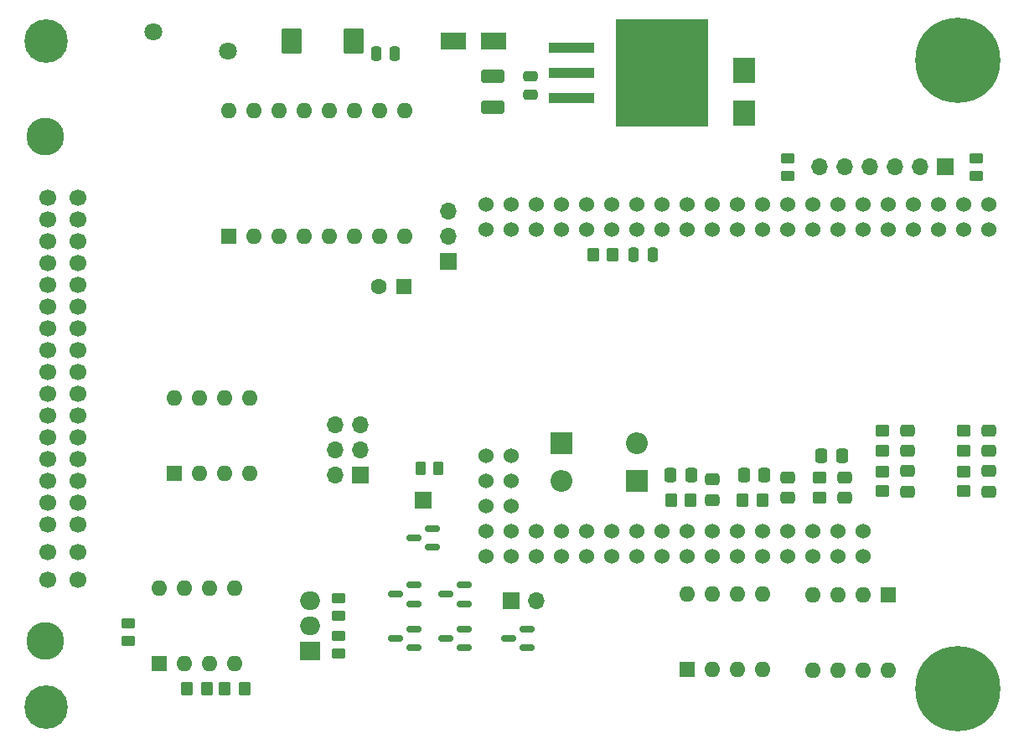
<source format=gts>
G04 #@! TF.GenerationSoftware,KiCad,Pcbnew,(6.0.1)*
G04 #@! TF.CreationDate,2022-02-05T13:28:53-05:00*
G04 #@! TF.ProjectId,klxecu,6b6c7865-6375-42e6-9b69-6361645f7063,rev?*
G04 #@! TF.SameCoordinates,Original*
G04 #@! TF.FileFunction,Soldermask,Top*
G04 #@! TF.FilePolarity,Negative*
%FSLAX46Y46*%
G04 Gerber Fmt 4.6, Leading zero omitted, Abs format (unit mm)*
G04 Created by KiCad (PCBNEW (6.0.1)) date 2022-02-05 13:28:53*
%MOMM*%
%LPD*%
G01*
G04 APERTURE LIST*
G04 Aperture macros list*
%AMRoundRect*
0 Rectangle with rounded corners*
0 $1 Rounding radius*
0 $2 $3 $4 $5 $6 $7 $8 $9 X,Y pos of 4 corners*
0 Add a 4 corners polygon primitive as box body*
4,1,4,$2,$3,$4,$5,$6,$7,$8,$9,$2,$3,0*
0 Add four circle primitives for the rounded corners*
1,1,$1+$1,$2,$3*
1,1,$1+$1,$4,$5*
1,1,$1+$1,$6,$7*
1,1,$1+$1,$8,$9*
0 Add four rect primitives between the rounded corners*
20,1,$1+$1,$2,$3,$4,$5,0*
20,1,$1+$1,$4,$5,$6,$7,0*
20,1,$1+$1,$6,$7,$8,$9,0*
20,1,$1+$1,$8,$9,$2,$3,0*%
G04 Aperture macros list end*
%ADD10R,1.700000X1.700000*%
%ADD11O,1.700000X1.700000*%
%ADD12RoundRect,0.150000X0.587500X0.150000X-0.587500X0.150000X-0.587500X-0.150000X0.587500X-0.150000X0*%
%ADD13RoundRect,0.250000X-0.350000X-0.450000X0.350000X-0.450000X0.350000X0.450000X-0.350000X0.450000X0*%
%ADD14RoundRect,0.250000X0.475000X-0.337500X0.475000X0.337500X-0.475000X0.337500X-0.475000X-0.337500X0*%
%ADD15RoundRect,0.250000X-0.337500X-0.475000X0.337500X-0.475000X0.337500X0.475000X-0.337500X0.475000X0*%
%ADD16RoundRect,0.250000X0.450000X-0.262500X0.450000X0.262500X-0.450000X0.262500X-0.450000X-0.262500X0*%
%ADD17RoundRect,0.250000X-0.262500X-0.450000X0.262500X-0.450000X0.262500X0.450000X-0.262500X0.450000X0*%
%ADD18C,1.800000*%
%ADD19RoundRect,0.250000X-0.450000X0.350000X-0.450000X-0.350000X0.450000X-0.350000X0.450000X0.350000X0*%
%ADD20R,1.600000X1.600000*%
%ADD21O,1.600000X1.600000*%
%ADD22C,1.524000*%
%ADD23RoundRect,0.250000X0.250000X0.475000X-0.250000X0.475000X-0.250000X-0.475000X0.250000X-0.475000X0*%
%ADD24R,2.000000X1.905000*%
%ADD25O,2.000000X1.905000*%
%ADD26R,2.300000X2.500000*%
%ADD27C,8.600000*%
%ADD28R,2.500000X1.800000*%
%ADD29R,2.200000X2.200000*%
%ADD30O,2.200000X2.200000*%
%ADD31RoundRect,0.250000X-0.787500X-1.025000X0.787500X-1.025000X0.787500X1.025000X-0.787500X1.025000X0*%
%ADD32RoundRect,0.250000X-0.250000X-0.475000X0.250000X-0.475000X0.250000X0.475000X-0.250000X0.475000X0*%
%ADD33RoundRect,0.250000X0.475000X-0.250000X0.475000X0.250000X-0.475000X0.250000X-0.475000X-0.250000X0*%
%ADD34R,4.600000X1.100000*%
%ADD35R,9.400000X10.800000*%
%ADD36C,1.600000*%
%ADD37C,3.800000*%
%ADD38C,1.700000*%
%ADD39RoundRect,0.250000X0.350000X0.450000X-0.350000X0.450000X-0.350000X-0.450000X0.350000X-0.450000X0*%
%ADD40RoundRect,0.250000X0.925000X-0.412500X0.925000X0.412500X-0.925000X0.412500X-0.925000X-0.412500X0*%
%ADD41C,4.400000*%
%ADD42RoundRect,0.250000X-0.450000X0.262500X-0.450000X-0.262500X0.450000X-0.262500X0.450000X0.262500X0*%
%ADD43RoundRect,0.250000X-0.475000X0.337500X-0.475000X-0.337500X0.475000X-0.337500X0.475000X0.337500X0*%
G04 APERTURE END LIST*
D10*
X61600000Y-87615000D03*
D11*
X59060000Y-87615000D03*
X61600000Y-85075000D03*
X59060000Y-85075000D03*
X61600000Y-82535000D03*
X59060000Y-82535000D03*
D10*
X76835000Y-100330000D03*
D11*
X79375000Y-100330000D03*
D12*
X78407500Y-105090000D03*
X78407500Y-103190000D03*
X76532500Y-104140000D03*
D13*
X92980000Y-90170000D03*
X94980000Y-90170000D03*
D14*
X97155000Y-90170000D03*
X97155000Y-88095000D03*
D15*
X95017500Y-87630000D03*
X92942500Y-87630000D03*
D16*
X38100000Y-104417500D03*
X38100000Y-102592500D03*
D17*
X67667500Y-86995000D03*
X69492500Y-86995000D03*
D18*
X40700000Y-42815000D03*
X48200000Y-44815000D03*
D19*
X122555000Y-87265000D03*
X122555000Y-89265000D03*
D12*
X72057500Y-100645000D03*
X72057500Y-98745000D03*
X70182500Y-99695000D03*
D20*
X94625000Y-107305000D03*
D21*
X97165000Y-107305000D03*
X99705000Y-107305000D03*
X102245000Y-107305000D03*
X102245000Y-99685000D03*
X99705000Y-99685000D03*
X97165000Y-99685000D03*
X94625000Y-99685000D03*
D22*
X117475000Y-62865000D03*
X117475000Y-60325000D03*
X120015000Y-60325000D03*
X120015000Y-62865000D03*
X112395000Y-95885000D03*
X112395000Y-93345000D03*
X109855000Y-95885000D03*
X109855000Y-93345000D03*
X107315000Y-95885000D03*
X107315000Y-93345000D03*
X104775000Y-95885000D03*
X104775000Y-93345000D03*
X102235000Y-95885000D03*
X102235000Y-93345000D03*
X99695000Y-95885000D03*
X99695000Y-93345000D03*
X97155000Y-95885000D03*
X97155000Y-93345000D03*
X94615000Y-95885000D03*
X94615000Y-93345000D03*
X114935000Y-62865000D03*
X109855000Y-62865000D03*
X109855000Y-60325000D03*
X107315000Y-62865000D03*
X107315000Y-60325000D03*
X104775000Y-62865000D03*
X104775000Y-60325000D03*
X102235000Y-62865000D03*
X102235000Y-60325000D03*
X99695000Y-62865000D03*
X99695000Y-60325000D03*
X97155000Y-62865000D03*
X97155000Y-60325000D03*
X94615000Y-62865000D03*
X94615000Y-60325000D03*
X92075000Y-62865000D03*
X92075000Y-60325000D03*
X89535000Y-62865000D03*
X89535000Y-60325000D03*
X86995000Y-62865000D03*
X86995000Y-60325000D03*
X84455000Y-62865000D03*
X84455000Y-60325000D03*
X81915000Y-62865000D03*
X81915000Y-60325000D03*
X79375000Y-62865000D03*
X79375000Y-60325000D03*
X76835000Y-62865000D03*
X76835000Y-60325000D03*
X74295000Y-62865000D03*
X74295000Y-60325000D03*
X92075000Y-95885000D03*
X92075000Y-93345000D03*
X89535000Y-95885000D03*
X89535000Y-93345000D03*
X86995000Y-95885000D03*
X86995000Y-93345000D03*
X84455000Y-95885000D03*
X84455000Y-93345000D03*
X81915000Y-95885000D03*
X81915000Y-93345000D03*
X79375000Y-95885000D03*
X79375000Y-93345000D03*
X76835000Y-95885000D03*
X76835000Y-93345000D03*
X74295000Y-95885000D03*
X74295000Y-93345000D03*
X74295000Y-90805000D03*
X76835000Y-90805000D03*
X74295000Y-88265000D03*
X76835000Y-88265000D03*
X74295000Y-85725000D03*
X76835000Y-85725000D03*
X122555000Y-60325000D03*
X122555000Y-62865000D03*
X114935000Y-60325000D03*
X112395000Y-62865000D03*
X112395000Y-60325000D03*
X125095000Y-62865000D03*
X125095000Y-60325000D03*
D23*
X65085000Y-45085000D03*
X63185000Y-45085000D03*
D20*
X114925000Y-99705000D03*
D21*
X112385000Y-99705000D03*
X109845000Y-99705000D03*
X107305000Y-99705000D03*
X107305000Y-107325000D03*
X109845000Y-107325000D03*
X112385000Y-107325000D03*
X114925000Y-107325000D03*
D10*
X120650000Y-56515000D03*
D11*
X118110000Y-56515000D03*
X115570000Y-56515000D03*
X113030000Y-56515000D03*
X110490000Y-56515000D03*
X107950000Y-56515000D03*
D24*
X56515000Y-105410000D03*
D25*
X56515000Y-102870000D03*
X56515000Y-100330000D03*
D14*
X110490000Y-89937500D03*
X110490000Y-87862500D03*
D26*
X100330000Y-51045000D03*
X100330000Y-46745000D03*
D10*
X70485000Y-66025000D03*
D11*
X70485000Y-63485000D03*
X70485000Y-60945000D03*
D13*
X100235000Y-90170000D03*
X102235000Y-90170000D03*
D27*
X121920000Y-109220000D03*
D12*
X66977500Y-100645000D03*
X66977500Y-98745000D03*
X65102500Y-99695000D03*
D20*
X42825000Y-87459511D03*
D21*
X45365000Y-87459511D03*
X47905000Y-87459511D03*
X50445000Y-87459511D03*
X50445000Y-79839511D03*
X47905000Y-79839511D03*
X45365000Y-79839511D03*
X42825000Y-79839511D03*
D12*
X66977500Y-105090000D03*
X66977500Y-103190000D03*
X65102500Y-104140000D03*
D15*
X100330000Y-87630000D03*
X102405000Y-87630000D03*
D28*
X75025000Y-43815000D03*
X71025000Y-43815000D03*
D29*
X89535000Y-88265000D03*
D30*
X81915000Y-88265000D03*
D19*
X107950000Y-87900000D03*
X107950000Y-89900000D03*
D31*
X54672500Y-43815000D03*
X60897500Y-43815000D03*
D13*
X44085000Y-109220000D03*
X46085000Y-109220000D03*
D32*
X89220000Y-65405000D03*
X91120000Y-65405000D03*
D19*
X114300000Y-83185000D03*
X114300000Y-85185000D03*
D33*
X78740000Y-49210000D03*
X78740000Y-47310000D03*
D19*
X122555000Y-83185000D03*
X122555000Y-85185000D03*
D14*
X125095000Y-89302500D03*
X125095000Y-87227500D03*
D12*
X72057500Y-105090000D03*
X72057500Y-103190000D03*
X70182500Y-104140000D03*
X68882500Y-94930000D03*
X68882500Y-93030000D03*
X67007500Y-93980000D03*
D34*
X82925000Y-44450000D03*
D35*
X92075000Y-46990000D03*
D34*
X82925000Y-46990000D03*
X82925000Y-49530000D03*
D29*
X81915000Y-84455000D03*
D30*
X89535000Y-84455000D03*
D20*
X65975112Y-68580000D03*
D36*
X63475112Y-68580000D03*
D14*
X116840000Y-89302500D03*
X116840000Y-87227500D03*
X104775000Y-89937500D03*
X104775000Y-87862500D03*
D16*
X104775000Y-57427500D03*
X104775000Y-55602500D03*
D19*
X114300000Y-87265000D03*
X114300000Y-89265000D03*
D37*
X29720000Y-104400000D03*
X29720000Y-53400000D03*
D38*
X33020000Y-59600000D03*
X33020000Y-61800000D03*
X33020000Y-64000000D03*
X33020000Y-66200000D03*
X33020000Y-68400000D03*
X33020000Y-70600000D03*
X33020000Y-72800000D03*
X33020000Y-75000000D03*
X33020000Y-77200000D03*
X33020000Y-79400000D03*
X33020000Y-81600000D03*
X33020000Y-83800000D03*
X33020000Y-86000000D03*
X33020000Y-88200000D03*
X33020000Y-90400000D03*
X33020000Y-92600000D03*
X33020000Y-95400000D03*
X33020000Y-98200000D03*
X30020000Y-59600000D03*
X30020000Y-61800000D03*
X30020000Y-64000000D03*
X30020000Y-66200000D03*
X30020000Y-68400000D03*
X30020000Y-70600000D03*
X30020000Y-72800000D03*
X30020000Y-75000000D03*
X30020000Y-77200000D03*
X30020000Y-79400000D03*
X30020000Y-81600000D03*
X30020000Y-83800000D03*
X30020000Y-86000000D03*
X30020000Y-88200000D03*
X30020000Y-90400000D03*
X30020000Y-92600000D03*
X30020000Y-95400000D03*
X30020000Y-98200000D03*
D39*
X49895000Y-109220000D03*
X47895000Y-109220000D03*
D13*
X85090000Y-65405000D03*
X87090000Y-65405000D03*
D16*
X59380000Y-105687500D03*
X59380000Y-103862500D03*
D20*
X48260000Y-63490000D03*
D21*
X50800000Y-63490000D03*
X53340000Y-63490000D03*
X55880000Y-63490000D03*
X58420000Y-63490000D03*
X60960000Y-63490000D03*
X63500000Y-63490000D03*
X66040000Y-63490000D03*
X66040000Y-50790000D03*
X63500000Y-50790000D03*
X60960000Y-50790000D03*
X58420000Y-50790000D03*
X55880000Y-50790000D03*
X53340000Y-50790000D03*
X50800000Y-50790000D03*
X48260000Y-50790000D03*
D16*
X59380000Y-101877500D03*
X59380000Y-100052500D03*
D40*
X74930000Y-50432500D03*
X74930000Y-47357500D03*
D20*
X41275000Y-106680000D03*
D21*
X43815000Y-106680000D03*
X46355000Y-106680000D03*
X48895000Y-106680000D03*
X48895000Y-99060000D03*
X46355000Y-99060000D03*
X43815000Y-99060000D03*
X41275000Y-99060000D03*
D27*
X121920000Y-45720000D03*
D10*
X67945000Y-90170000D03*
D41*
X29845000Y-111125000D03*
D42*
X123825000Y-55602500D03*
X123825000Y-57427500D03*
D43*
X116840000Y-83147500D03*
X116840000Y-85222500D03*
D41*
X29845000Y-43815000D03*
D15*
X108182500Y-85725000D03*
X110257500Y-85725000D03*
D43*
X125095000Y-83147500D03*
X125095000Y-85222500D03*
M02*

</source>
